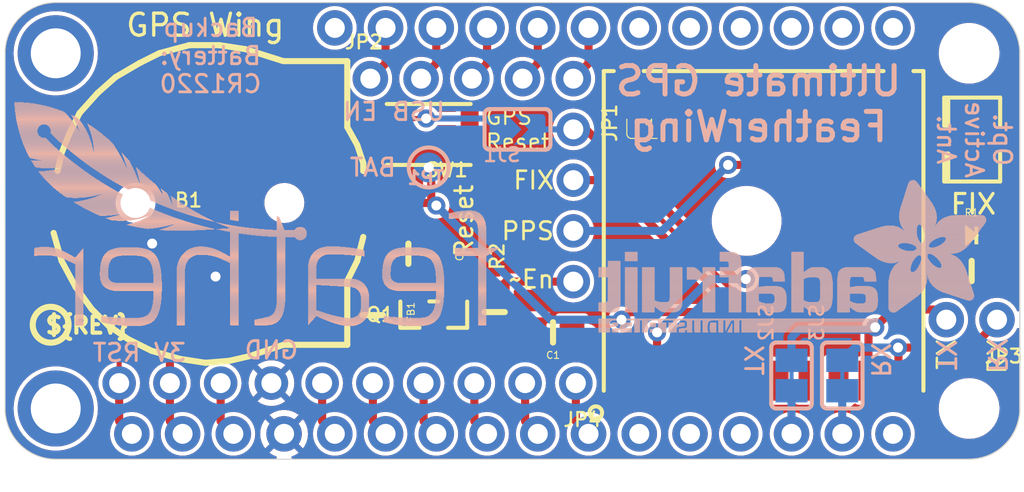
<source format=kicad_pcb>
(kicad_pcb (version 20221018) (generator pcbnew)
  (layers (0 "F.Cu" signal) (31 "B.Cu" signal) (34 "B.Paste" user) (35 "F.Paste" user) (36 "B.SilkS" user "B.Silkscreen") (37 "F.SilkS" user "F.Silkscreen") (38 "B.Mask" user) (39 "F.Mask" user) (44 "Edge.Cuts" user))
  (net 0 "")
  (net 1 "FIX")
  (net 2 "N$2")
  (net 3 "GND")
  (net 4 "3.3V")
  (net 5 "VBACKUP")
  (net 6 "GPS_TX")
  (net 7 "GPS_RX")
  (net 8 "N$4")
  (net 9 "1PPS")
  (net 10 "3V")
  (net 11 "N")
  (net 12 "M")
  (net 13 "L")
  (net 14 "F")
  (net 15 "E")
  (net 16 "D")
  (net 17 "C")
  (net 18 "B")
  (net 19 "A")
  (net 20 "GPS_RESET")
  (net 21 "RST")
  (net 22 "AREF")
  (net 23 "EN")
  (net 24 "USB")
  (net 25 "N$15")
  (net 26 "ENABLE")
  (net 27 "RX")
  (net 28 "TX")
  (net 29 "J")
  (net 30 "I")
  (net 31 "H")
  (net 32 "SCL")
  (net 33 "SDA")
  (net 34 "K")
  (net 35 "SCK")
  (net 36 "MOSI")
  (net 37 "MISO")
  (net 38 "G")
  (footprint "working:0805-NO" (layer "F.Cu") (at 171.4881 107.0116)
    (fp_text reference "R1" (at -0.381 -2.921) (layer "F.SilkS") (effects (font (size 0.35308 0.35308) (thickness 0.05332)) (justify left)))
    (fp_text value "470 ohm")
    (pad "1" smd rect (at -0.95 0) (size 1.24 1.5) (layers "F.Cu" "F.Paste" "F.Mask") (net 3 "GND"))
    (pad "2" smd rect (at 0.95 0) (size 1.24 1.5) (layers "F.Cu" "F.Paste" "F.Mask") (net 2 "N$2"))
  )
  (footprint "working:0805-NO" (layer "F.Cu") (at 141.5161 109.2186 90)
    (fp_text reference "FB1" (at -0.381 1.905 90) (layer "F.SilkS") (effects (font (size 0.35308 0.35308) (thickness 0.05332)) (justify left)))
    (fp_text value "Ferrite")
    (pad "1" smd rect (at -0.95 0 90) (size 1.24 1.5) (layers "F.Cu" "F.Paste" "F.Mask") (net 10 "3V"))
    (pad "2" smd rect (at 0.95 0 90) (size 1.24 1.5) (layers "F.Cu" "F.Paste" "F.Mask") (net 4 "3.3V"))
  )
  (footprint "working:1X10_ROUND" (layer "F.Cu") (at 140.2461 112.6236 180)
    (fp_text reference "JP4" (at -12.7762 -1.8288) (layer "F.SilkS") (effects (font (size 0.692831 0.692831) (thickness 0.119969)) (justify right)))
    (fp_text value "")
    (pad "1" thru_hole circle (at -11.43 0 270) (size 1.6764 1.6764) (drill 1) (layers "*.Cu" "*.Mask") (net 14 "F"))
    (pad "2" thru_hole circle (at -8.89 0 270) (size 1.6764 1.6764) (drill 1) (layers "*.Cu" "*.Mask") (net 15 "E"))
    (pad "3" thru_hole circle (at -6.35 0 270) (size 1.6764 1.6764) (drill 1) (layers "*.Cu" "*.Mask") (net 16 "D"))
    (pad "4" thru_hole circle (at -3.81 0 270) (size 1.6764 1.6764) (drill 1) (layers "*.Cu" "*.Mask") (net 17 "C"))
    (pad "5" thru_hole circle (at -1.27 0 270) (size 1.6764 1.6764) (drill 1) (layers "*.Cu" "*.Mask") (net 18 "B"))
    (pad "6" thru_hole circle (at 1.27 0 270) (size 1.6764 1.6764) (drill 1) (layers "*.Cu" "*.Mask") (net 19 "A"))
    (pad "7" thru_hole circle (at 3.81 0 270) (size 1.6764 1.6764) (drill 1) (layers "*.Cu" "*.Mask") (net 3 "GND"))
    (pad "8" thru_hole circle (at 6.35 0 270) (size 1.6764 1.6764) (drill 1) (layers "*.Cu" "*.Mask") (net 22 "AREF"))
    (pad "9" thru_hole circle (at 8.89 0 270) (size 1.6764 1.6764) (drill 1) (layers "*.Cu" "*.Mask") (net 10 "3V"))
    (pad "10" thru_hole circle (at 11.43 0 270) (size 1.6764 1.6764) (drill 1) (layers "*.Cu" "*.Mask") (net 21 "RST"))
  )
  (footprint "working:1X05_ROUND_70" (layer "F.Cu") (at 146.4691 97.3836)
    (fp_text reference "JP2" (at -6.4262 -1.8288) (layer "F.SilkS") (effects (font (size 0.692831 0.692831) (thickness 0.119969)) (justify left)))
    (fp_text value "")
    (pad "1" thru_hole circle (at -5.08 0 90) (size 1.778 1.778) (drill 1) (layers "*.Cu" "*.Mask") (net 23 "EN"))
    (pad "2" thru_hole circle (at -2.54 0 90) (size 1.778 1.778) (drill 1) (layers "*.Cu" "*.Mask") (net 24 "USB"))
    (pad "3" thru_hole circle (at 0 0 90) (size 1.778 1.778) (drill 1) (layers "*.Cu" "*.Mask") (net 11 "N"))
    (pad "4" thru_hole circle (at 2.54 0 90) (size 1.778 1.778) (drill 1) (layers "*.Cu" "*.Mask") (net 12 "M"))
    (pad "5" thru_hole circle (at 5.08 0 90) (size 1.778 1.778) (drill 1) (layers "*.Cu" "*.Mask") (net 13 "L"))
  )
  (footprint "working:SOT23-WIDE" (layer "F.Cu") (at 144.5641 109.1946 180)
    (fp_text reference "Q1" (at 1.905 0) (layer "F.SilkS") (effects (font (size 0.692831 0.692831) (thickness 0.119969)) (justify right)))
    (fp_text value "DMG3415U-7 ")
    (pad "1" smd rect (at -0.95 1 180) (size 1 1.2) (layers "F.Cu" "F.Paste" "F.Mask") (net 26 "ENABLE"))
    (pad "2" smd rect (at 0.95 1 180) (size 1 1.2) (layers "F.Cu" "F.Paste" "F.Mask") (net 4 "3.3V"))
    (pad "3" smd rect (at 0 -1 180) (size 1 1.2) (layers "F.Cu" "F.Paste" "F.Mask") (net 25 "N$15"))
  )
  (footprint "working:FIDUCIAL_1MM" (layer "F.Cu") (at 169.6061 115.3726)
    (fp_text reference "FID2" hide)
    (fp_text value "FIDUCIAL\"\"" hide)
    (pad "1" smd roundrect (at 0 0) (size 1 1) (layers "F.Cu" "F.Mask") (roundrect_rratio 0.5))
  )
  (footprint "working:CR1220-2" (layer "F.Cu") (at 133.1341 103.6066)
    (fp_text reference "B1" (at -1.602 -0.14) (layer "F.SilkS") (effects (font (size 0.692831 0.692831) (thickness 0.119969)) (justify left)))
    (fp_text value "CR1220")
    (pad "" np_thru_hole circle (at -3.5 0) (size 1.5 1.5) (drill 1.5) (layers "*.Cu" "*.Mask"))
    (pad "" np_thru_hole circle (at 3.95 0) (size 1.5 1.5) (drill 1.5) (layers "*.Cu" "*.Mask"))
    (pad "+" smd rect (at 8.29 0) (size 4 2) (layers "F.Cu" "F.Paste" "F.Mask") (net 5 "VBACKUP"))
    (pad "-" smd rect (at -7.6 0) (size 4 2) (layers "F.Cu" "F.Paste" "F.Mask") (net 3 "GND"))
  )
  (footprint "working:FIDUCIAL_1MM" (layer "F.Cu") (at 124.7521 99.5426)
    (fp_text reference "FID1" hide)
    (fp_text value "FIDUCIAL\"\"" hide)
    (pad "1" smd roundrect (at 0 0) (size 1 1) (layers "F.Cu" "F.Mask") (roundrect_rratio 0.5))
  )
  (footprint "working:FEATHERWING" (layer "F.Cu") (at 123.1011 116.4336)
    (fp_text reference "MS1" hide)
    (fp_text value "FEATHERWING" hide)
    (fp_line (start 0 -20.32) (end 0 -2.54) (stroke (width 0.05)) (layer "Edge.Cuts"))
    (fp_line (start 2.54 0) (end 48.26 0) (stroke (width 0.05)) (layer "Edge.Cuts"))
    (fp_line (start 48.26 -22.86) (end 2.54 -22.86) (stroke (width 0.05)) (layer "Edge.Cuts"))
    (fp_line (start 50.8 -2.54) (end 50.8 -20.32) (stroke (width 0.05)) (layer "Edge.Cuts"))
    (fp_arc (start 0 -20.32) (mid 0.743949 -22.116051) (end 2.54 -22.86) (stroke (width 0.05)) (layer "Edge.Cuts"))
    (fp_arc (start 2.54 0) (mid 0.743949 -0.743949) (end 0 -2.54) (stroke (width 0.05)) (layer "Edge.Cuts"))
    (fp_arc (start 48.26 -22.86) (mid 50.056051 -22.116051) (end 50.8 -20.32) (stroke (width 0.05)) (layer "Edge.Cuts"))
    (fp_arc (start 50.8 -2.54) (mid 50.056051 -0.743949) (end 48.26 0) (stroke (width 0.05)) (layer "Edge.Cuts"))
    (pad "" np_thru_hole circle (at 48.26 -20.32) (size 2.54 2.54) (drill 2.54) (layers "*.Cu" "*.Mask"))
    (pad "" np_thru_hole circle (at 48.26 -2.54) (size 2.54 2.54) (drill 2.54) (layers "*.Cu" "*.Mask"))
    (pad "1" thru_hole circle (at 6.35 -1.27) (size 1.778 1.778) (drill 1) (layers "*.Cu" "*.Mask") (net 21 "RST"))
    (pad "2" thru_hole circle (at 8.89 -1.27) (size 1.778 1.778) (drill 1) (layers "*.Cu" "*.Mask") (net 10 "3V"))
    (pad "3" thru_hole circle (at 11.43 -1.27) (size 1.778 1.778) (drill 1) (layers "*.Cu" "*.Mask") (net 22 "AREF"))
    (pad "4" thru_hole circle (at 13.97 -1.27) (size 1.778 1.778) (drill 1) (layers "*.Cu" "*.Mask") (net 3 "GND"))
    (pad "5" thru_hole circle (at 16.51 -1.27) (size 1.778 1.778) (drill 1) (layers "*.Cu" "*.Mask") (net 19 "A"))
    (pad "6" thru_hole circle (at 19.05 -1.27) (size 1.778 1.778) (drill 1) (layers "*.Cu" "*.Mask") (net 18 "B"))
    (pad "7" thru_hole circle (at 21.59 -1.27) (size 1.778 1.778) (drill 1) (layers "*.Cu" "*.Mask") (net 17 "C"))
    (pad "8" thru_hole circle (at 24.13 -1.27) (size 1.778 1.778) (drill 1) (layers "*.Cu" "*.Mask") (net 16 "D"))
    (pad "9" thru_hole circle (at 26.67 -1.27) (size 1.778 1.778) (drill 1) (layers "*.Cu" "*.Mask") (net 15 "E"))
    (pad "10" thru_hole circle (at 29.21 -1.27) (size 1.778 1.778) (drill 1) (layers "*.Cu" "*.Mask") (net 14 "F"))
    (pad "11" thru_hole circle (at 31.75 -1.27) (size 1.778 1.778) (drill 1) (layers "*.Cu" "*.Mask") (net 35 "SCK"))
    (pad "12" thru_hole circle (at 34.29 -1.27) (size 1.778 1.778) (drill 1) (layers "*.Cu" "*.Mask") (net 36 "MOSI"))
    (pad "13" thru_hole circle (at 36.83 -1.27) (size 1.778 1.778) (drill 1) (layers "*.Cu" "*.Mask") (net 37 "MISO"))
    (pad "14" thru_hole circle (at 39.37 -1.27) (size 1.778 1.778) (drill 1) (layers "*.Cu" "*.Mask") (net 27 "RX"))
    (pad "15" thru_hole circle (at 41.91 -1.27) (size 1.778 1.778) (drill 1) (layers "*.Cu" "*.Mask") (net 28 "TX"))
    (pad "16" thru_hole circle (at 44.45 -1.27) (size 1.778 1.778) (drill 1) (layers "*.Cu" "*.Mask") (net 38 "G"))
    (pad "17" thru_hole circle (at 44.45 -21.59) (size 1.778 1.778) (drill 1) (layers "*.Cu" "*.Mask") (net 33 "SDA"))
    (pad "18" thru_hole circle (at 41.91 -21.59) (size 1.778 1.778) (drill 1) (layers "*.Cu" "*.Mask") (net 32 "SCL"))
    (pad "19" thru_hole circle (at 39.37 -21.59) (size 1.778 1.778) (drill 1) (layers "*.Cu" "*.Mask") (net 31 "H"))
    (pad "20" thru_hole circle (at 36.83 -21.59) (size 1.778 1.778) (drill 1) (layers "*.Cu" "*.Mask") (net 30 "I"))
    (pad "21" thru_hole circle (at 34.29 -21.59) (size 1.778 1.778) (drill 1) (layers "*.Cu" "*.Mask") (net 29 "J"))
    (pad "22" thru_hole circle (at 31.75 -21.59) (size 1.778 1.778) (drill 1) (layers "*.Cu" "*.Mask") (net 34 "K"))
    (pad "23" thru_hole circle (at 29.21 -21.59) (size 1.778 1.778) (drill 1) (layers "*.Cu" "*.Mask") (net 13 "L"))
    (pad "24" thru_hole circle (at 26.67 -21.59) (size 1.778 1.778) (drill 1) (layers "*.Cu" "*.Mask") (net 12 "M"))
    (pad "25" thru_hole circle (at 24.13 -21.59) (size 1.778 1.778) (drill 1) (layers "*.Cu" "*.Mask") (net 11 "N"))
    (pad "26" thru_hole circle (at 21.59 -21.59) (size 1.778 1.778) (drill 1) (layers "*.Cu" "*.Mask") (net 24 "USB"))
    (pad "27" thru_hole circle (at 19.05 -21.59) (size 1.778 1.778) (drill 1) (layers "*.Cu" "*.Mask") (net 23 "EN"))
    (pad "28" thru_hole circle (at 16.51 -21.59) (size 1.778 1.778) (drill 1) (layers "*.Cu" "*.Mask"))
    (pad "P$1" thru_hole circle (at 2.54 -20.32) (size 3.81 3.81) (drill 2.5) (layers "*.Cu" "*.Mask"))
    (pad "P$2" thru_hole circle (at 2.54 -2.54) (size 3.81 3.81) (drill 2.5) (layers "*.Cu" "*.Mask"))
  )
  (footprint "working:U.FL" (layer "F.Cu") (at 171.6151 100.4316 180)
    (fp_text reference "X1" hide)
    (fp_text value "uFL" hide)
    (pad "1" smd rect (at 0 -1.375 180) (size 2.2 1.05) (layers "F.Cu" "F.Paste" "F.Mask") (net 3 "GND"))
    (pad "2" smd rect (at 0 1.375 180) (size 2.2 1.05) (layers "F.Cu" "F.Paste" "F.Mask") (net 3 "GND"))
    (pad "3" smd rect (at 1.525 0 180) (size 0.8 1) (layers "F.Cu" "F.Paste" "F.Mask") (net 8 "N$4"))
    (zone (net 0) (net_name "") (layer "F.Cu") (connect_pads (clearance 0)) (min_thickness 0.25)
      (keepout (tracks not_allowed) (vias not_allowed) (pads not_allowed) (copperpour not_allowed) (footprints allowed))
      (fill (thermal_gap 0.5) (thermal_bridge_width 0.5))
      (polygon (pts (xy 172.5041 99.6061) (xy 170.7261 99.6061) (xy 170.7261 101.2571) (xy 172.5041 101.2571)))
    )
  )
  (footprint "working:0805-NO" (layer "F.Cu") (at 147.6121 109.0676 90)
    (fp_text reference "R2" (at 2.032 0.127 90) (layer "F.SilkS") (effects (font (size 0.692831 0.692831) (thickness 0.119969)) (justify left)))
    (fp_text value "100K")
    (pad "1" smd rect (at -0.95 0 90) (size 1.24 1.5) (layers "F.Cu" "F.Paste" "F.Mask") (net 3 "GND"))
    (pad "2" smd rect (at 0.95 0 90) (size 1.24 1.5) (layers "F.Cu" "F.Paste" "F.Mask") (net 26 "ENABLE"))
  )
  (footprint "working:0805-NO" (layer "F.Cu") (at 150.5331 110.0836 180)
    (fp_text reference "C1" (at -0.381 -1.143) (layer "F.SilkS") (effects (font (size 0.35308 0.35308) (thickness 0.05332)) (justify right)))
    (fp_text value "0.1uF")
    (pad "1" smd rect (at -0.95 0 180) (size 1.24 1.5) (layers "F.Cu" "F.Paste" "F.Mask") (net 25 "N$15"))
    (pad "2" smd rect (at 0.95 0 180) (size 1.24 1.5) (layers "F.Cu" "F.Paste" "F.Mask") (net 3 "GND"))
  )
  (footprint "working:0805-NO" (layer "F.Cu") (at 143.2941 106.1466)
    (fp_text reference "C2" (at 2.564 0.405 90) (layer "F.SilkS") (effects (font (size 0.35308 0.35308) (thickness 0.05332)) (justify left)))
    (fp_text value "10uF")
    (pad "1" smd rect (at -0.95 0) (size 1.24 1.5) (layers "F.Cu" "F.Paste" "F.Mask") (net 4 "3.3V"))
    (pad "2" smd rect (at 0.95 0) (size 1.24 1.5) (layers "F.Cu" "F.Paste" "F.Mask") (net 3 "GND"))
  )
  (footprint "working:FGPMMOPA6H" (layer "F.Cu") (at 161.0741 105.0036 90)
    (fp_text reference "U1" (at 5.071 -7.111) (layer "F.SilkS") (effects (font (size 0.96268 0.96268) (thickness 0.05332)) (justify left)))
    (fp_text value "FGPMMOPA6H")
    (pad "" np_thru_hole circle (at 0.5 -0.85 90) (size 3 3) (drill 3) (layers "*.Cu" "*.Mask"))
    (pad "P$1" smd rect (at -7.5 -6.75 90) (size 2 1) (layers "F.Cu" "F.Paste" "F.Mask") (net 25 "N$15"))
    (pad "P$2" smd rect (at -7.5 -5.25 90) (size 2 1) (layers "F.Cu" "F.Paste" "F.Mask") (net 20 "GPS_RESET"))
    (pad "P$3" smd rect (at -7.5 -3.75 90) (size 2 1) (layers "F.Cu" "F.Paste" "F.Mask") (net 3 "GND"))
    (pad "P$4" smd rect (at -7.5 -2.25 90) (size 2 1) (layers "F.Cu" "F.Paste" "F.Mask") (net 5 "VBACKUP"))
    (pad "P$5" smd rect (at -7.5 -0.75 90) (size 2 1) (layers "F.Cu" "F.Paste" "F.Mask") (net 1 "FIX"))
    (pad "P$6" smd rect (at -7.5 0.75 90) (size 2 1) (layers "F.Cu" "F.Paste" "F.Mask"))
    (pad "P$7" smd rect (at -7.5 2.25 90) (size 2 1) (layers "F.Cu" "F.Paste" "F.Mask"))
    (pad "P$8" smd rect (at -7.5 3.75 90) (size 2 1) (layers "F.Cu" "F.Paste" "F.Mask") (net 3 "GND"))
    (pad "P$9" smd rect (at -7.5 5.25 90) (size 2 1) (layers "F.Cu" "F.Paste" "F.Mask") (net 6 "GPS_TX"))
    (pad "P$10" smd rect (at -7.5 6.75 90) (size 2 1) (layers "F.Cu" "F.Paste" "F.Mask") (net 7 "GPS_RX"))
    (pad "P$11" smd rect (at 7.5 6.75 270) (size 2 1) (layers "F.Cu" "F.Paste" "F.Mask") (net 8 "N$4"))
    (pad "P$12" smd rect (at 7.5 5.25 270) (size 2 1) (layers "F.Cu" "F.Paste" "F.Mask") (net 3 "GND"))
    (pad "P$13" smd rect (at 7.5 3.75 270) (size 2 1) (layers "F.Cu" "F.Paste" "F.Mask") (net 9 "1PPS"))
    (pad "P$14" smd rect (at 7.5 2.25 270) (size 2 1) (layers "F.Cu" "F.Paste" "F.Mask"))
    (pad "P$15" smd rect (at 7.5 0.75 270) (size 2 1) (layers "F.Cu" "F.Paste" "F.Mask"))
    (pad "P$16" smd rect (at 7.5 -0.75 270) (size 2 1) (layers "F.Cu" "F.Paste" "F.Mask"))
    (pad "P$17" smd rect (at 7.5 -2.25 270) (size 2 1) (layers "F.Cu" "F.Paste" "F.Mask"))
    (pad "P$18" smd rect (at 7.5 -3.75 270) (size 2 1) (layers "F.Cu" "F.Paste" "F.Mask"))
    (pad "P$19" smd rect (at 7.5 -5.25 270) (size 2 1) (layers "F.Cu" "F.Paste" "F.Mask") (net 3 "GND"))
    (pad "P$20" smd rect (at 7.5 -6.75 270) (size 2 1) (layers "F.Cu" "F.Paste" "F.Mask"))
  )
  (footprint "working:1X04_ROUND" (layer "F.Cu") (at 151.5491 103.7336 -90)
    (fp_text reference "JP1" (at -5.1562 -1.8288 90) (layer "F.SilkS") (effects (font (size 0.692831 0.692831) (thickness 0.119969)) (justify right)))
    (fp_text value "")
    (pad "1" thru_hole circle (at -3.81 0) (size 1.6764 1.6764) (drill 1) (layers "*.Cu" "*.Mask") (net 20 "GPS_RESET"))
    (pad "2" thru_hole circle (at -1.27 0) (size 1.6764 1.6764) (drill 1) (layers "*.Cu" "*.Mask") (net 1 "FIX"))
    (pad "3" thru_hole circle (at 1.27 0) (size 1.6764 1.6764) (drill 1) (layers "*.Cu" "*.Mask") (net 9 "1PPS"))
    (pad "4" thru_hole circle (at 3.81 0) (size 1.6764 1.6764) (drill 1) (layers "*.Cu" "*.Mask") (net 26 "ENABLE"))
  )
  (footprint "working:PCBFEAT-REV-040" (layer "F.Cu") (at 125.3871 109.7026)
    (fp_text reference "U$9" hide)
    (fp_text value "" hide)
    (fp_text user "${REV}" (at -0.3556 0.508) (layer "F.SilkS") (effects (font (size 0.8128 0.8128) (thickness 0.2032)) (justify left bottom)))
  )
  (footprint "working:BTN_KMR2_4.6X2.8" (layer "F.Cu") (at 144.3101 100.1776 180)
    (fp_text reference "SW1" (at -2.032 -1.778) (layer "F.SilkS") (effects (font (size 0.692831 0.692831) (thickness 0.119969)) (justify right)))
    (fp_text value "KMR2")
    (pad "A" smd rect (at 2.05 -0.8 180) (size 0.9 0.9) (layers "F.Cu" "F.Paste" "F.Mask") (net 3 "GND"))
    (pad "A'" smd rect (at -2.05 -0.8 180) (size 0.9 0.9) (layers "F.Cu" "F.Paste" "F.Mask") (net 3 "GND"))
    (pad "B" smd rect (at 2.05 0.8 180) (size 0.9 0.9) (layers "F.Cu" "F.Paste" "F.Mask") (net 21 "RST"))
    (pad "B'" smd rect (at -2.05 0.8 180) (size 0.9 0.9) (layers "F.Cu" "F.Paste" "F.Mask") (net 21 "RST"))
  )
  (footprint "working:1X02_ROUND" (layer "F.Cu") (at 171.4881 109.4486 180)
    (fp_text reference "JP3" (at -2.6162 -1.8288) (layer "F.SilkS") (effects (font (size 0.692831 0.692831) (thickness 0.119969)) (justify right)))
    (fp_text value "")
    (pad "1" thru_hole circle (at -1.27 0 270) (size 1.778 1.778) (drill 1) (layers "*.Cu" "*.Mask") (net 7 "GPS_RX"))
    (pad "2" thru_hole circle (at 1.27 0 270) (size 1.778 1.778) (drill 1) (layers "*.Cu" "*.Mask") (net 6 "GPS_TX"))
  )
  (footprint "working:CHIPLED_0805_NOOUTLINE" (layer "F.Cu") (at 171.4881 105.2336 -90)
    (fp_text reference "LED1" hide)
    (fp_text value "RED")
    (pad "A" smd rect (at 0 1.05 270) (size 1.2 1.2) (layers "F.Cu" "F.Paste" "F.Mask") (net 1 "FIX"))
    (pad "C" smd rect (at 0 -1.05 270) (size 1.2 1.2) (layers "F.Cu" "F.Paste" "F.Mask") (net 2 "N$2"))
  )
  (footprint "working:SOLDERJUMPER_CLOSEDWIRE" (layer "B.Cu") (at 162.4711 112.2426 -90)
    (fp_text reference "SJ2" (at -1.651 1.27 -270) (layer "B.SilkS") (effects (font (size 0.692831 0.692831) (thickness 0.119969)) (justify right mirror)))
    (fp_text value "")
    (pad "1" smd rect (at -0.762 0 270) (size 1.1684 1.6002) (layers "B.Cu" "B.Mask") (net 6 "GPS_TX"))
    (pad "2" smd rect (at 0.762 0 270) (size 1.1684 1.6002) (layers "B.Cu" "B.Mask") (net 27 "RX"))
    (pad "WIRE" smd rect (at 0 0 270) (size 0.635 0.2032) (layers "B.Cu" "B.Mask"))
  )
  (footprint "working:ADAFRUIT_TEXT_20MM" (layer "B.Cu") (at 172.3771 110.0836 180)
    (fp_text reference "U$11" hide)
    (fp_text value "" hide)
  )
  (footprint "working:SOLDERJUMPER_ARROW_NOPASTE" (layer "B.Cu") (at 148.7551 99.9236)
    (fp_text reference "SJ1" (at -1.778 1.27) (layer "B.SilkS") (effects (font (size 0.692831 0.692831) (thickness 0.119969)) (justify right mirror)))
    (fp_text value "")
    (fp_poly (pts (xy 0.201021 0) (xy -0.560979 -0.762) (xy -1.1684 -0.762) (xy -1.1684 0.762) (xy -0.560979 0.762)) (fill solid) (layer "B.Cu"))
    (fp_poly (pts (xy 1.1684 -0.762) (xy -0.186831 -0.762) (xy 0.548892 0) (xy -0.186831 0.762) (xy 1.1684 0.762)) (fill solid) (layer "B.Cu"))
    (pad "1" smd roundrect (at -1.016 0) (size 0.762 1.524) (layers "B.Cu") (net 21 "RST"))
    (pad "2" smd roundrect (at 1.016 0) (size 0.762 1.524) (layers "B.Cu") (net 20 "GPS_RESET"))
  )
  (footprint "working:SOLDERJUMPER_CLOSEDWIRE" (layer "B.Cu") (at 165.0111 112.2426 -90)
    (fp_text reference "SJ3" (at -1.651 1.27 -270) (layer "B.SilkS") (effects (font (size 0.692831 0.692831) (thickness 0.119969)) (justify right mirror)))
    (fp_text value "")
    (pad "1" smd rect (at -0.762 0 270) (size 1.1684 1.6002) (layers "B.Cu" "B.Mask") (net 7 "GPS_RX"))
    (pad "2" smd rect (at 0.762 0 270) (size 1.1684 1.6002) (layers "B.Cu" "B.Mask") (net 28 "TX"))
    (pad "WIRE" smd rect (at 0 0 270) (size 0.635 0.2032) (layers "B.Cu" "B.Mask"))
  )
  (footprint "working:TESTPOINT_ROUND_1.5MM" (layer "B.Cu") (at 144.3101 101.8286 180)
    (fp_text reference "TP1" (at 1.143 -0.127) (layer "B.SilkS") (effects (font (size 0.666496 0.666496) (thickness 0.146304)) (justify right top mirror)))
    (fp_text value "")
    (pad "P$1" smd roundrect (at 0 0 180) (size 1.5 1.5) (layers "B.Cu" "B.Mask") (roundrect_rratio 0.5) (net 5 "VBACKUP"))
  )
  (footprint "working:FEATHERLOGO" (layer "B.Cu") (at 147.8661 109.8296 180)
    (fp_text reference "U$10" hide)
    (fp_text value "" hide)
  )
  (gr_line (start 173.9011 96.1136) (end 173.9011 113.8936) (stroke (width 0.05)) (layer "Edge.Cuts"))
  (gr_arc (start 171.3611 93.5736) (mid 173.157151 94.317549) (end 173.9011 96.1136) (stroke (width 0.05)) (layer "Edge.Cuts"))
  (gr_arc (start 173.9011 113.8936) (mid 173.157151 115.689651) (end 171.3611 116.4336) (stroke (width 0.05)) (layer "Edge.Cuts"))
  (gr_text "USB" (at 143.8021 99.0346) (layer "B.SilkS") (effects (font (size 0.87376 0.87376) (thickness 0.14224)) (justify mirror)))
  (gr_text "3V" (at 131.3561 111.0996) (layer "B.SilkS") (effects (font (size 0.87376 0.87376) (thickness 0.14224)) (justify mirror)))
  (gr_text "Ultimate GPS\nFeatherWing" (at 160.8201 98.6536) (layer "B.SilkS") (effects (font (size 1.42494 1.42494) (thickness 0.25146)) (justify mirror)))
  (gr_text "GND" (at 136.4361 110.9726) (layer "B.SilkS") (effects (font (size 0.87376 0.87376) (thickness 0.14224)) (justify mirror)))
  (gr_text "Opt.\nActive\nAnt." (at 171.6151 100.4316 -90) (layer "B.SilkS") (effects (font (size 0.87376 0.87376) (thickness 0.14224)) (justify mirror)))
  (gr_text "BAT" (at 141.5161 101.8286) (layer "B.SilkS") (effects (font (size 0.87376 0.87376) (thickness 0.14224)) (justify mirror)))
  (gr_text "RX" (at 172.7581 111.2266 -90) (layer "B.SilkS") (effects (font (size 0.87376 0.87376) (thickness 0.14224)) (justify mirror)))
  (gr_text "RST" (at 128.6891 111.0996) (layer "B.SilkS") (effects (font (size 0.87376 0.87376) (thickness 0.14224)) (justify mirror)))
  (gr_text "Backup\nBattery:\nCR1220" (at 133.3881 96.2406) (layer "B.SilkS") (effects (font (size 0.87376 0.87376) (thickness 0.14224)) (justify mirror)))
  (gr_text "TX" (at 170.2181 111.2266 -90) (layer "B.SilkS") (effects (font (size 0.87376 0.87376) (thickness 0.14224)) (justify mirror)))
  (gr_text "RX" (at 166.9161 111.4806 -90) (layer "B.SilkS") (effects (font (size 0.87376 0.87376) (thickness 0.14224)) (justify mirror)))
  (gr_text "TX" (at 160.5661 111.4806 -90) (layer "B.SilkS") (effects (font (size 0.87376 0.87376) (thickness 0.14224)) (justify mirror)))
  (gr_text "EN" (at 140.8811 99.0346) (layer "B.SilkS") (effects (font (size 0.87376 0.87376) (thickness 0.14224)) (justify mirror)))
  (gr_text "GPS Wing" (at 129.0701 95.3516) (layer "F.SilkS") (effects (font (size 1.1049 1.1049) (thickness 0.1651)) (justify left bottom)))
  (gr_text "Reset" (at 146.5961 106.4006 90) (layer "F.SilkS") (effects (font (size 0.88392 0.88392) (thickness 0.13208)) (justify left bottom)))
  (gr_text "FIX" (at 150.6601 101.9556) (layer "F.SilkS") (effects (font (size 0.88392 0.88392) (thickness 0.13208)) (justify right top)))
  (gr_text "GPS\nReset" (at 147.1041 99.9236) (layer "F.SilkS") (effects (font (size 0.78232 0.78232) (thickness 0.10668)) (justify left)))
  (gr_text "TX" (at 169.7101 110.3376 90) (layer "F.SilkS") (effects (font (size 0.89408 0.89408) (thickness 0.12192)) (justify right top)))
  (gr_text "FIX" (at 170.3451 104.2416) (layer "F.SilkS") (effects (font (size 0.98298 0.98298) (thickness 0.16002)) (justify left bottom)))
  (gr_text "PPS" (at 150.6601 104.4956) (layer "F.SilkS") (effects (font (size 0.88392 0.88392) (thickness 0.13208)) (justify right top)))
  (gr_text "~En" (at 150.6601 106.9086) (layer "F.SilkS") (effects (font (size 0.88392 0.88392) (thickness 0.13208)) (justify right top)))
  (gr_text "RX" (at 172.2501 110.3376 90) (layer "F.SilkS") (effects (font (size 0.89408 0.89408) (thickness 0.12192)) (justify right top)))
  (segment (start 160.3241 112.5036) (end 160.3241 109.5636) (width 0.4064) (layer "F.Cu") (net 1))
  (segment (start 160.3241 109.5636) (end 153.2241 102.4636) (width 0.4064) (layer "F.Cu") (net 1))
  (segment (start 153.2241 102.4636) (end 151.5491 102.4636) (width 0.4064) (layer "F.Cu") (net 1))
  (segment (start 164.6541 105.2336) (end 170.4381 105.2336) (width 0.4064) (layer "F.Cu") (net 1))
  (segment (start 160.3241 109.5636) (end 164.6541 105.2336) (width 0.4064) (layer "F.Cu") (net 1))
  (segment (start 172.4381 105.7146) (end 172.4381 107.0116) (width 0.4064) (layer "F.Cu") (net 2))
  (segment (start 172.5381 105.2336) (end 172.4381 105.7146) (width 0.4064) (layer "F.Cu") (net 2))
  (via (at 133.6421 107.2896) (size 0.9064) (drill 0.5) (layers "F.Cu" "B.Cu") (net 3))
  (via (at 130.4671 105.6386) (size 0.9064) (drill 0.5) (layers "F.Cu" "B.Cu") (net 3))
  (segment (start 142.3441 106.1466) (end 141.5161 106.9746) (width 0.4064) (layer "F.Cu") (net 4))
  (segment (start 141.5161 106.9746) (end 141.5161 108.2686) (width 0.4064) (layer "F.Cu") (net 4))
  (segment (start 141.5901 108.1946) (end 143.6141 108.1946) (width 0.4064) (layer "F.Cu") (net 4))
  (segment (start 141.5161 108.2686) (end 141.5901 108.1946) (width 0.4064) (layer "F.Cu") (net 4))
  (segment (start 144.4371 103.6066) (end 144.4371 101.9556) (width 0.4064) (layer "F.Cu") (net 5))
  (segment (start 153.9621 109.4486) (end 154.3431 109.0676) (width 0.4064) (layer "F.Cu") (net 5))
  (segment (start 144.4371 103.6066) (end 144.5641 103.6066) (width 0.4064) (layer "F.Cu") (net 5))
  (segment (start 144.4371 101.9556) (end 144.3101 101.8286) (width 0.4064) (layer "F.Cu") (net 5))
  (segment (start 144.5641 103.6066) (end 144.6911 103.7336) (width 0.4064) (layer "F.Cu") (net 5))
  (segment (start 141.4241 103.6066) (end 144.4371 103.6066) (width 0.4064) (layer "F.Cu") (net 5))
  (segment (start 158.8241 109.8656) (end 158.8241 112.5036) (width 0.4064) (layer "F.Cu") (net 5))
  (segment (start 158.0261 109.0676) (end 158.8241 109.8656) (width 0.4064) (layer "F.Cu") (net 5))
  (segment (start 154.3431 109.0676) (end 158.0261 109.0676) (width 0.4064) (layer "F.Cu") (net 5))
  (via (at 153.9621 109.4486) (size 0.9064) (drill 0.5) (layers "F.Cu" "B.Cu") (net 5))
  (via (at 144.6911 103.7336) (size 0.9064) (drill 0.5) (layers "F.Cu" "B.Cu") (net 5))
  (via (at 144.3101 101.8286) (size 0.9064) (drill 0.5) (layers "F.Cu" "B.Cu") (net 5))
  (segment (start 150.4061 109.4486) (end 153.9621 109.4486) (width 0.4064) (layer "B.Cu") (net 5))
  (segment (start 144.6911 103.7336) (end 150.4061 109.4486) (width 0.4064) (layer "B.Cu") (net 5))
  (segment (start 166.6621 109.8296) (end 166.3241 110.1676) (width 0.4064) (layer "F.Cu") (net 6))
  (segment (start 166.3241 110.1676) (end 166.3241 112.5036) (width 0.4064) (layer "F.Cu") (net 6))
  (segment (start 169.7101 108.9406) (end 167.5511 108.9406) (width 0.4064) (layer "F.Cu") (net 6))
  (segment (start 166.6621 109.8296) (end 166.7256 109.7661) (width 0.4064) (layer "F.Cu") (net 6))
  (segment (start 170.2181 109.4486) (end 169.7101 108.9406) (width 0.4064) (layer "F.Cu") (net 6))
  (segment (start 167.5511 108.9406) (end 166.7256 109.7661) (width 0.4064) (layer "F.Cu") (net 6))
  (via (at 166.6621 109.8296) (size 0.9064) (drill 0.5) (layers "F.Cu" "B.Cu") (net 6))
  (segment (start 162.4711 110.3376) (end 162.8521 109.9566) (width 0.4064) (layer "B.Cu") (net 6))
  (segment (start 162.4711 111.4806) (end 162.4711 110.3376) (width 0.4064) (layer "B.Cu") (net 6))
  (segment (start 166.5351 109.9566) (end 166.6621 109.8296) (width 0.4064) (layer "B.Cu") (net 6))
  (segment (start 162.8521 109.9566) (end 166.5351 109.9566) (width 0.4064) (layer "B.Cu") (net 6))
  (segment (start 172.7581 109.5756) (end 172.7581 109.4486) (width 0.4064) (layer "F.Cu") (net 7))
  (segment (start 172.7581 109.5756) (end 171.4881 110.8456) (width 0.4064) (layer "F.Cu") (net 7))
  (segment (start 171.4881 110.8456) (end 167.8051 110.8456) (width 0.4064) (layer "F.Cu") (net 7))
  (segment (start 167.8051 110.8456) (end 167.8241 111.3346) (width 0.4064) (layer "F.Cu") (net 7))
  (segment (start 167.8241 111.3346) (end 167.8241 112.5036) (width 0.4064) (layer "F.Cu") (net 7))
  (via (at 167.8051 110.8456) (size 0.9064) (drill 0.5) (layers "F.Cu" "B.Cu") (net 7))
  (segment (start 165.6461 110.8456) (end 167.8051 110.8456) (width 0.4064) (layer "B.Cu") (net 7))
  (segment (start 165.0111 111.4806) (end 165.6461 110.8456) (width 0.4064) (layer "B.Cu") (net 7))
  (segment (start 168.658333 99.992316) (end 168.913508 100.160703) (width 0.8128) (layer "F.Cu") (net 8))
  (segment (start 167.863946 98.722719) (end 167.946525 99.017082) (width 0.8128) (layer "F.Cu") (net 8))
  (segment (start 168.913508 100.160703) (end 169.190051 100.291061) (width 0.8128) (layer "F.Cu") (net 8))
  (segment (start 167.8241 98.4196) (end 167.863946 98.722719) (width 0.8128) (layer "F.Cu") (net 8))
  (segment (start 169.48233 100.380736) (end 169.784396 100.427902) (width 0.8128) (layer "F.Cu") (net 8))
  (segment (start 168.23232 99.55587) (end 168.429719 99.789327) (width 0.8128) (layer "F.Cu") (net 8))
  (segment (start 167.8241 98.4196) (end 167.8241 98.4196) (width 0.8128) (layer "F.Cu") (net 8))
  (segment (start 168.070155 99.296696) (end 168.23232 99.55587) (width 0.8128) (layer "F.Cu") (net 8))
  (segment (start 167.8241 97.5036) (end 167.8241 98.4196) (width 0.8128) (layer "F.Cu") (net 8))
  (segment (start 167.946525 99.017082) (end 168.070155 99.296696) (width 0.8128) (layer "F.Cu") (net 8))
  (segment (start 169.784396 100.427902) (end 170.0901 100.4316) (width 0.8128) (layer "F.Cu") (net 8))
  (segment (start 169.190051 100.291061) (end 169.48233 100.380736) (width 0.8128) (layer "F.Cu") (net 8))
  (segment (start 168.429719 99.789327) (end 168.658333 99.992316) (width 0.8128) (layer "F.Cu") (net 8))
  (segment (start 162.3441 101.7016) (end 164.8841 99.1616) (width 0.4064) (layer "F.Cu") (net 9))
  (segment (start 164.8841 99.1616) (end 164.8841 97.5636) (width 0.4064) (layer "F.Cu") (net 9))
  (segment (start 164.8841 97.5636) (end 164.8241 97.5036) (width 0.4064) (layer "F.Cu") (net 9))
  (segment (start 159.2961 101.7016) (end 162.3441 101.7016) (width 0.4064) (layer "F.Cu") (net 9))
  (via (at 159.2961 101.7016) (size 0.9064) (drill 0.5) (layers "F.Cu" "B.Cu") (net 9))
  (segment (start 151.5491 105.0036) (end 155.9941 105.0036) (width 0.4064) (layer "B.Cu") (net 9))
  (segment (start 155.9941 105.0036) (end 159.2961 101.7016) (width 0.4064) (layer "B.Cu") (net 9))
  (segment (start 131.3561 114.5286) (end 131.9911 115.1636) (width 0.4064) (layer "F.Cu") (net 10))
  (segment (start 132.4991 110.2106) (end 141.4741 110.2106) (width 0.4064) (layer "F.Cu") (net 10))
  (segment (start 131.3561 112.6236) (end 131.3561 111.3536) (width 0.4064) (layer "F.Cu") (net 10))
  (segment (start 131.3561 112.6236) (end 131.3561 114.5286) (width 0.4064) (layer "F.Cu") (net 10))
  (segment (start 131.3561 111.3536) (end 132.4991 110.2106) (width 0.4064) (layer "F.Cu") (net 10))
  (segment (start 141.4741 110.2106) (end 141.5161 110.1686) (width 0.4064) (layer "F.Cu") (net 10))
  (segment (start 147.2311 94.8436) (end 147.2311 96.6216) (width 0.4064) (layer "F.Cu") (net 11))
  (segment (start 147.2311 96.6216) (end 146.4691 97.3836) (width 0.4064) (layer "F.Cu") (net 11))
  (segment (start 149.7711 96.6216) (end 149.0091 97.3836) (width 0.4064) (layer "F.Cu") (net 12))
  (segment (start 149.7711 94.8436) (end 149.7711 96.6216) (width 0.4064) (layer "F.Cu") (net 12))
  (segment (start 152.3111 96.6216) (end 151.5491 97.3836) (width 0.4064) (layer "F.Cu") (net 13))
  (segment (start 152.3111 94.8436) (end 152.3111 96.6216) (width 0.4064) (layer "F.Cu") (net 13))
  (segment (start 151.6761 112.6236) (end 151.6761 114.5286) (width 0.4064) (layer "F.Cu") (net 14))
  (segment (start 151.6761 114.5286) (end 152.3111 115.1636) (width 0.4064) (layer "F.Cu") (net 14))
  (segment (start 149.1361 114.5286) (end 149.7711 115.1636) (width 0.4064) (layer "F.Cu") (net 15))
  (segment (start 149.1361 112.6236) (end 149.1361 114.5286) (width 0.4064) (layer "F.Cu") (net 15))
  (segment (start 146.5961 112.6236) (end 146.5961 114.5286) (width 0.4064) (layer "F.Cu") (net 16))
  (segment (start 146.5961 114.5286) (end 147.2311 115.1636) (width 0.4064) (layer "F.Cu") (net 16))
  (segment (start 144.0561 114.5286) (end 144.6911 115.1636) (width 0.4064) (layer "F.Cu") (net 17))
  (segment (start 144.0561 112.6236) (end 144.0561 114.5286) (width 0.4064) (layer "F.Cu") (net 17))
  (segment (start 141.5161 112.6236) (end 141.5161 114.5286) (width 0.4064) (layer "F.Cu") (net 18))
  (segment (start 141.5161 114.5286) (end 142.1511 115.1636) (width 0.4064) (layer "F.Cu") (net 18))
  (segment (start 138.9761 114.5286) (end 139.6111 115.1636) (width 0.4064) (layer "F.Cu") (net 19))
  (segment (start 138.9761 112.6236) (end 138.9761 114.5286) (width 0.4064) (layer "F.Cu") (net 19))
  (segment (start 155.7401 110.0836) (end 155.7401 112.4196) (width 0.4064) (layer "F.Cu") (net 20))
  (segment (start 152.1841 99.9236) (end 159.6771 107.4166) (width 0.4064) (layer "F.Cu") (net 20))
  (segment (start 159.6771 107.4166) (end 160.1851 107.4166) (width 0.4064) (layer "F.Cu") (net 20))
  (segment (start 155.7401 112.4196) (end 155.8241 112.5036) (width 0.4064) (layer "F.Cu") (net 20))
  (segment (start 151.5491 99.9236) (end 152.1841 99.9236) (width 0.4064) (layer "F.Cu") (net 20))
  (via (at 155.7401 110.0836) (size 0.9064) (drill 0.5) (layers "F.Cu" "B.Cu") (net 20))
  (via (at 160.1851 107.4166) (size 0.9064) (drill 0.5) (layers "F.Cu" "B.Cu") (net 20))
  (segment (start 160.1851 107.4166) (end 158.4071 107.4166) (width 0.4064) (layer "B.Cu") (net 20))
  (segment (start 151.5491 99.9236) (end 149.7711 99.9236) (width 0.3048) (layer "B.Cu") (net 20))
  (segment (start 158.4071 107.4166) (end 155.7401 110.0836) (width 0.4064) (layer "B.Cu") (net 20))
  (segment (start 146.3601 99.3776) (end 144.1831 99.3776) (width 0.254) (layer "F.Cu") (net 21))
  (segment (start 144.1831 99.3776) (end 144.0561 99.3776) (width 0.3048) (layer "F.Cu") (net 21))
  (segment (start 142.2221 99.4156) (end 142.2601 99.3776) (width 0.254) (layer "F.Cu") (net 21))
  (segment (start 128.8161 112.6236) (end 128.8161 109.1946) (width 0.254) (layer "F.Cu") (net 21))
  (segment (start 128.8161 114.5286) (end 129.4511 115.1636) (width 0.4064) (layer "F.Cu") (net 21))
  (segment (start 128.8161 109.1946) (end 138.5951 99.4156) (width 0.254) (layer "F.Cu") (net 21))
  (segment (start 138.5951 99.4156) (end 142.2221 99.4156) (width 0.254) (layer "F.Cu") (net 21))
  (segment (start 128.8161 112.6236) (end 128.8161 114.5286) (width 0.4064) (layer "F.Cu") (net 21))
  (segment (start 144.0561 99.3776) (end 142.2601 99.3776) (width 0.254) (layer "F.Cu") (net 21))
  (via (at 144.1831 99.3776) (size 0.9064) (drill 0.5) (layers "F.Cu" "B.Cu") (net 21))
  (segment (start 147.1931 99.3776) (end 144.1831 99.3776) (width 0.3048) (layer "B.Cu") (net 21))
  (segment (start 147.7391 99.9236) (end 147.1931 99.3776) (width 0.3048) (layer "B.Cu") (net 21))
  (segment (start 133.8961 114.5286) (end 134.5311 115.1636) (width 0.4064) (layer "F.Cu") (net 22))
  (segment (start 133.8961 112.6236) (end 133.8961 114.5286) (width 0.4064) (layer "F.Cu") (net 22))
  (segment (start 142.1511 94.8436) (end 142.1511 96.6216) (width 0.4064) (layer "F.Cu") (net 23))
  (segment (start 142.1511 96.6216) (end 141.3891 97.3836) (width 0.4064) (layer "F.Cu") (net 23))
  (segment (start 144.6911 96.6216) (end 143.9291 97.3836) (width 0.4064) (layer "F.Cu") (net 24))
  (segment (start 144.6911 94.8436) (end 144.6911 96.6216) (width 0.4064) (layer "F.Cu") (net 24))
  (segment (start 144.5641 110.1946) (end 145.7231 111.3536) (width 0.4064) (layer "F.Cu") (net 25))
  (segment (start 150.9141 111.3536) (end 151.4831 110.7846) (width 0.4064) (layer "F.Cu") (net 25))
  (segment (start 152.3111 110.0836) (end 151.4831 110.0836) (width 0.4064) (layer "F.Cu") (net 25))
  (segment (start 151.4831 110.7846) (end 151.4831 110.0836) (width 0.4064) (layer "F.Cu") (net 25))
  (segment (start 154.2161 111.9886) (end 154.2161 112.3956) (width 0.4064) (layer "F.Cu") (net 25))
  (segment (start 154.2161 112.3956) (end 154.3241 112.5036) (width 0.4064) (layer "F.Cu") (net 25))
  (segment (start 154.2161 111.9886) (end 152.3111 110.0836) (width 0.4064) (layer "F.Cu") (net 25))
  (segment (start 145.7231 111.3536) (end 150.9141 111.3536) (width 0.4064) (layer "F.Cu") (net 25))
  (segment (start 148.1861 107.5436) (end 151.5491 107.5436) (width 0.4064) (layer "F.Cu") (net 26))
  (segment (start 145.5141 108.1946) (end 145.5911 108.1176) (width 0.4064) (layer "F.Cu") (net 26))
  (segment (start 147.6121 108.1176) (end 148.1861 107.5436) (width 0.4064) (layer "F.Cu") (net 26))
  (segment (start 145.5911 108.1176) (end 147.6121 108.1176) (width 0.4064) (layer "F.Cu") (net 26))
  (segment (start 162.4711 113.0046) (end 162.4711 115.1636) (width 0.4064) (layer "B.Cu") (net 27))
  (segment (start 165.0111 113.0046) (end 165.0111 115.1636) (width 0.4064) (layer "B.Cu") (net 28))
  (zone (net 3) (net_name "GND") (layer "F.Cu") (priority 6) (connect_pads (clearance 0.000001)) (min_thickness 0.127) (fill yes (thermal_gap 0.304) (thermal_bridge_width 0.304))
    (polygon (pts (xy 174.0281 116.5606) (xy 122.9741 116.5606) (xy 122.9741 93.4466) (xy 174.0281 93.4466)))
  )
  (zone (net 3) (net_name "GND") (layer "B.Cu") (priority 6) (connect_pads (clearance 0.000001)) (min_thickness 0.127) (fill yes (thermal_gap 0.304) (thermal_bridge_width 0.304))
    (polygon (pts (xy 174.0281 116.5606) (xy 122.9741 116.5606) (xy 122.9741 93.4466) (xy 174.0281 93.4466)))
  )
)
</source>
